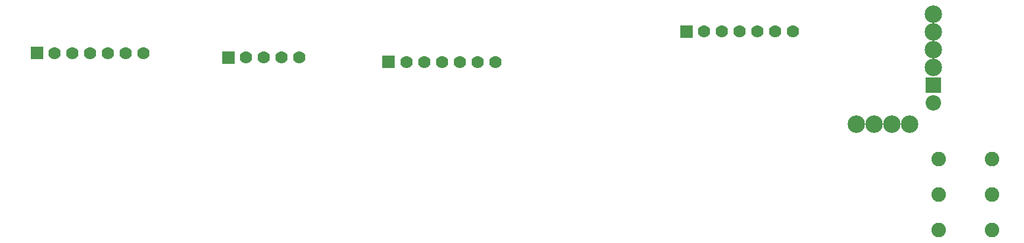
<source format=gbs>
G04 Layer: BottomSolderMaskLayer*
G04 EasyEDA v6.4.7, 2020-10-28T14:34:13+00:00*
G04 34375fc6649c45b8b31e222808ae9df9,aef87372a4e84f75ab74ab0294ea0b66,10*
G04 Gerber Generator version 0.2*
G04 Scale: 100 percent, Rotated: No, Reflected: No *
G04 Dimensions in millimeters *
G04 leading zeros omitted , absolute positions ,3 integer and 3 decimal *
%FSLAX33Y33*%
%MOMM*%
G90*
D02*

%ADD26C,2.503195*%
%ADD27C,2.082800*%
%ADD29C,1.778000*%
%ADD33C,2.203196*%

%LPD*%
G54D26*
G01X131826Y27813D03*
G01X134366Y27813D03*
G01X136906Y27813D03*
G01X139446Y27813D03*
G54D27*
G01X151257Y22860D03*
G01X143637Y22860D03*
G01X151257Y17780D03*
G01X143637Y17780D03*
G01X151257Y12700D03*
G01X143637Y12700D03*
G36*
G01X141772Y32298D02*
G01X141772Y34503D01*
G01X143977Y34503D01*
G01X143977Y32298D01*
G01X141772Y32298D01*
G37*
G54D33*
G01X142875Y30861D03*
G54D26*
G01X142875Y43561D03*
G01X142875Y41021D03*
G01X142875Y38481D03*
G01X142875Y35941D03*
G54D29*
G01X52264Y37380D03*
G01X49724Y37380D03*
G01X47184Y37380D03*
G01X44644Y37380D03*
G36*
G01X41214Y36492D02*
G01X41214Y38270D01*
G01X42992Y38270D01*
G01X42992Y36492D01*
G01X41214Y36492D01*
G37*
G36*
G01X13863Y37127D02*
G01X13863Y38905D01*
G01X15641Y38905D01*
G01X15641Y37127D01*
G01X13863Y37127D01*
G37*
G01X29992Y38015D03*
G01X27452Y38015D03*
G01X24912Y38015D03*
G01X22372Y38015D03*
G01X19832Y38015D03*
G01X17292Y38015D03*
G01X80251Y36744D03*
G01X77711Y36744D03*
G01X75171Y36744D03*
G01X72631Y36744D03*
G01X70091Y36744D03*
G01X67551Y36744D03*
G36*
G01X64122Y35857D02*
G01X64122Y37635D01*
G01X65900Y37635D01*
G01X65900Y35857D01*
G01X64122Y35857D01*
G37*
G01X122787Y41129D03*
G01X120247Y41129D03*
G01X117707Y41129D03*
G01X115167Y41129D03*
G01X112627Y41129D03*
G01X110087Y41129D03*
G36*
G01X106659Y40241D02*
G01X106659Y42019D01*
G01X108437Y42019D01*
G01X108437Y40241D01*
G01X106659Y40241D01*
G37*
M00*
M02*

</source>
